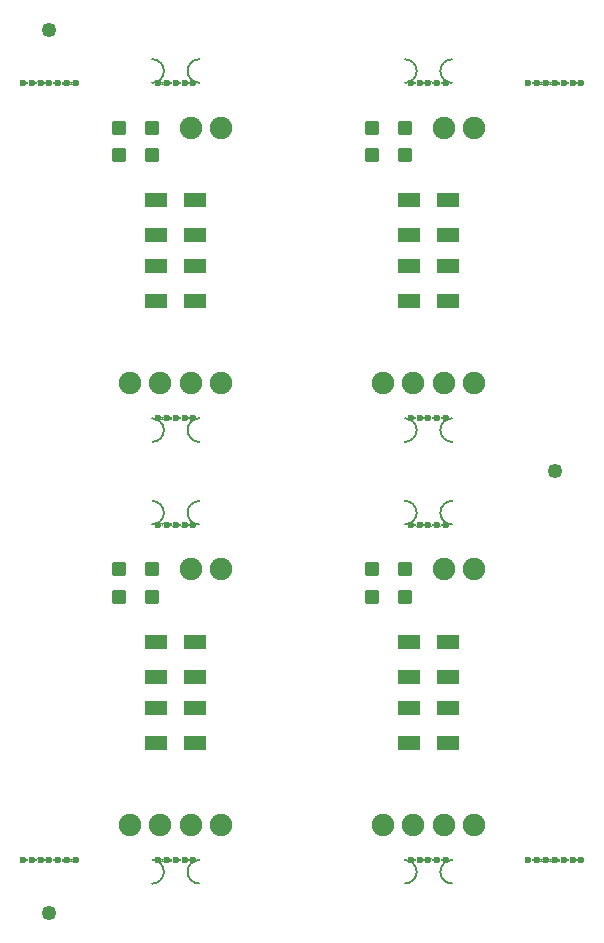
<source format=gts>
G04 #@! TF.GenerationSoftware,KiCad,Pcbnew,(7.0.0-0)*
G04 #@! TF.CreationDate,2025-08-17T10:04:58+12:00*
G04 #@! TF.ProjectId,signal_panelized_X4,7369676e-616c-45f7-9061-6e656c697a65,rev?*
G04 #@! TF.SameCoordinates,Original*
G04 #@! TF.FileFunction,Soldermask,Top*
G04 #@! TF.FilePolarity,Negative*
%FSLAX46Y46*%
G04 Gerber Fmt 4.6, Leading zero omitted, Abs format (unit mm)*
G04 Created by KiCad (PCBNEW (7.0.0-0)) date 2025-08-17 10:04:58*
%MOMM*%
%LPD*%
G01*
G04 APERTURE LIST*
G04 Aperture macros list*
%AMRoundRect*
0 Rectangle with rounded corners*
0 $1 Rounding radius*
0 $2 $3 $4 $5 $6 $7 $8 $9 X,Y pos of 4 corners*
0 Add a 4 corners polygon primitive as box body*
4,1,4,$2,$3,$4,$5,$6,$7,$8,$9,$2,$3,0*
0 Add four circle primitives for the rounded corners*
1,1,$1+$1,$2,$3*
1,1,$1+$1,$4,$5*
1,1,$1+$1,$6,$7*
1,1,$1+$1,$8,$9*
0 Add four rect primitives between the rounded corners*
20,1,$1+$1,$2,$3,$4,$5,0*
20,1,$1+$1,$4,$5,$6,$7,0*
20,1,$1+$1,$6,$7,$8,$9,0*
20,1,$1+$1,$8,$9,$2,$3,0*%
G04 Aperture macros list end*
G04 #@! TA.AperFunction,Profile*
%ADD10C,0.150000*%
G04 #@! TD*
%ADD11RoundRect,0.050000X0.550000X0.550000X-0.550000X0.550000X-0.550000X-0.550000X0.550000X-0.550000X0*%
%ADD12RoundRect,0.050000X0.900000X-0.575000X0.900000X0.575000X-0.900000X0.575000X-0.900000X-0.575000X0*%
%ADD13RoundRect,0.050000X-0.550000X-0.550000X0.550000X-0.550000X0.550000X0.550000X-0.550000X0.550000X0*%
%ADD14C,1.900000*%
%ADD15RoundRect,0.050000X-0.900000X0.575000X-0.900000X-0.575000X0.900000X-0.575000X0.900000X0.575000X0*%
%ADD16C,0.600000*%
%ADD17C,1.252000*%
G04 APERTURE END LIST*
D10*
X156050036Y-126850003D02*
G75*
G03*
X156050036Y-128850001I-19J-999999D01*
G01*
X152050000Y-128849998D02*
G75*
G03*
X152050000Y-126850002I20J999998D01*
G01*
X173449964Y-61049997D02*
G75*
G03*
X173449964Y-59049999I19J999999D01*
G01*
X177450000Y-59050002D02*
G75*
G03*
X177450000Y-61049998I-20J-999998D01*
G01*
X152049964Y-98449997D02*
G75*
G03*
X152049964Y-96449999I19J999999D01*
G01*
X156050000Y-96450002D02*
G75*
G03*
X156050000Y-98449998I-20J-999998D01*
G01*
X177450036Y-89450003D02*
G75*
G03*
X177450036Y-91450001I-19J-999999D01*
G01*
X173450000Y-91449998D02*
G75*
G03*
X173450000Y-89450002I20J999998D01*
G01*
X177450036Y-126850003D02*
G75*
G03*
X177450036Y-128850001I-19J-999999D01*
G01*
X173450000Y-128849998D02*
G75*
G03*
X173450000Y-126850002I20J999998D01*
G01*
X173449964Y-98449997D02*
G75*
G03*
X173449964Y-96449999I19J999999D01*
G01*
X177450000Y-96450002D02*
G75*
G03*
X177450000Y-98449998I-20J-999998D01*
G01*
X152049964Y-61049997D02*
G75*
G03*
X152049964Y-59049999I19J999999D01*
G01*
X156050000Y-59050002D02*
G75*
G03*
X156050000Y-61049998I-20J-999998D01*
G01*
X156050036Y-89450003D02*
G75*
G03*
X156050036Y-91450001I-19J-999999D01*
G01*
X152050000Y-91449998D02*
G75*
G03*
X152050000Y-89450002I20J999998D01*
G01*
D11*
X173450000Y-102250000D03*
X170650000Y-102250000D03*
D12*
X177100000Y-111325000D03*
X177100000Y-108375000D03*
D13*
X170650000Y-104550000D03*
X173450000Y-104550000D03*
D14*
X174120000Y-123850000D03*
X171580000Y-123850000D03*
X176780000Y-102250000D03*
X179320000Y-102250000D03*
D12*
X173800000Y-116925000D03*
X173800000Y-113975000D03*
D14*
X176780000Y-123850000D03*
X179320000Y-123850000D03*
D15*
X177100000Y-113975000D03*
X177100000Y-116925000D03*
X173800000Y-108375000D03*
X173800000Y-111325000D03*
D14*
X155380000Y-123850000D03*
X157920000Y-123850000D03*
D12*
X155700000Y-111325000D03*
X155700000Y-108375000D03*
D14*
X155380000Y-102250000D03*
X157920000Y-102250000D03*
D15*
X152400000Y-108375000D03*
X152400000Y-111325000D03*
D11*
X152050000Y-102250000D03*
X149250000Y-102250000D03*
D13*
X149250000Y-104550000D03*
X152050000Y-104550000D03*
D15*
X155700000Y-113975000D03*
X155700000Y-116925000D03*
D14*
X152720000Y-123850000D03*
X150180000Y-123850000D03*
D12*
X152400000Y-116925000D03*
X152400000Y-113975000D03*
D16*
X141100000Y-61050000D03*
X141850000Y-61050000D03*
X142600000Y-61050000D03*
X143350000Y-61050000D03*
X144100000Y-61050000D03*
X144850000Y-61050000D03*
X145600000Y-61050000D03*
X155550000Y-126850000D03*
X154800000Y-126850002D03*
X154050018Y-126850002D03*
X153300000Y-126850002D03*
X152550000Y-126850002D03*
D17*
X143350000Y-131350000D03*
D16*
X183900000Y-126850000D03*
X184650000Y-126850000D03*
X185400000Y-126850000D03*
X186150000Y-126850000D03*
X186900000Y-126850000D03*
X187650000Y-126850000D03*
X188400000Y-126850000D03*
D17*
X143350000Y-56550000D03*
D16*
X173950000Y-61050000D03*
X174700000Y-61049998D03*
X175449982Y-61049998D03*
X176200000Y-61049998D03*
X176950000Y-61049998D03*
X152550000Y-98450000D03*
X153300000Y-98449998D03*
X154049982Y-98449998D03*
X154800000Y-98449998D03*
X155550000Y-98449998D03*
D17*
X186150000Y-93950000D03*
D16*
X176950000Y-89450000D03*
X176200000Y-89450002D03*
X175450018Y-89450002D03*
X174700000Y-89450002D03*
X173950000Y-89450002D03*
X176950000Y-126850000D03*
X176200000Y-126850002D03*
X175450018Y-126850002D03*
X174700000Y-126850002D03*
X173950000Y-126850002D03*
X173950000Y-98450000D03*
X174700000Y-98449998D03*
X175449982Y-98449998D03*
X176200000Y-98449998D03*
X176950000Y-98449998D03*
X141100000Y-126850000D03*
X141850000Y-126850000D03*
X142600000Y-126850000D03*
X143350000Y-126850000D03*
X144100000Y-126850000D03*
X144850000Y-126850000D03*
X145600000Y-126850000D03*
X152550000Y-61050000D03*
X153300000Y-61049998D03*
X154049982Y-61049998D03*
X154800000Y-61049998D03*
X155550000Y-61049998D03*
X183900000Y-61050000D03*
X184650000Y-61050000D03*
X185400000Y-61050000D03*
X186150000Y-61050000D03*
X186900000Y-61050000D03*
X187650000Y-61050000D03*
X188400000Y-61050000D03*
X155550000Y-89450000D03*
X154800000Y-89450002D03*
X154050018Y-89450002D03*
X153300000Y-89450002D03*
X152550000Y-89450002D03*
D15*
X173800000Y-70975000D03*
X173800000Y-73925000D03*
D11*
X173450000Y-64850000D03*
X170650000Y-64850000D03*
D12*
X177100000Y-73925000D03*
X177100000Y-70975000D03*
D14*
X176780000Y-64850000D03*
X179320000Y-64850000D03*
X176780000Y-86450000D03*
X179320000Y-86450000D03*
D13*
X170650000Y-67150000D03*
X173450000Y-67150000D03*
D14*
X174120000Y-86450000D03*
X171580000Y-86450000D03*
D15*
X177100000Y-76575000D03*
X177100000Y-79525000D03*
D12*
X173800000Y-79525000D03*
X173800000Y-76575000D03*
X152400000Y-79525000D03*
X152400000Y-76575000D03*
D15*
X155700000Y-76575000D03*
X155700000Y-79525000D03*
X152400000Y-70975000D03*
X152400000Y-73925000D03*
D13*
X149250000Y-67150000D03*
X152050000Y-67150000D03*
D14*
X152720000Y-86450000D03*
X150180000Y-86450000D03*
D11*
X152050000Y-64850000D03*
X149250000Y-64850000D03*
D12*
X155700000Y-73925000D03*
X155700000Y-70975000D03*
D14*
X155380000Y-64850000D03*
X157920000Y-64850000D03*
X155380000Y-86450000D03*
X157920000Y-86450000D03*
G36*
X175210615Y-126675990D02*
G01*
X175210555Y-126677878D01*
X175170018Y-126748089D01*
X175152049Y-126850002D01*
X175170018Y-126951914D01*
X175210555Y-127022124D01*
X175210615Y-127024012D01*
X175209076Y-127025108D01*
X175207312Y-127024434D01*
X175197229Y-127012798D01*
X175196921Y-127012319D01*
X175188831Y-126994603D01*
X175142543Y-126941184D01*
X175075009Y-126921354D01*
X175007474Y-126941184D01*
X174961186Y-126994603D01*
X174953096Y-127012319D01*
X174952788Y-127012798D01*
X174942707Y-127024431D01*
X174940943Y-127025105D01*
X174939404Y-127024009D01*
X174939464Y-127022121D01*
X174979999Y-126951914D01*
X174997968Y-126850002D01*
X174979999Y-126748089D01*
X174939464Y-126677882D01*
X174939404Y-126675994D01*
X174940943Y-126674898D01*
X174942708Y-126675572D01*
X174952788Y-126687205D01*
X174953095Y-126687684D01*
X174961186Y-126705400D01*
X175007475Y-126758819D01*
X175075009Y-126778648D01*
X175142542Y-126758819D01*
X175188831Y-126705400D01*
X175196922Y-126687684D01*
X175197229Y-126687205D01*
X175207311Y-126675568D01*
X175209076Y-126674894D01*
X175210615Y-126675990D01*
G37*
G36*
X153810615Y-126675990D02*
G01*
X153810555Y-126677878D01*
X153770018Y-126748089D01*
X153752049Y-126850002D01*
X153770018Y-126951914D01*
X153810555Y-127022124D01*
X153810615Y-127024012D01*
X153809076Y-127025108D01*
X153807312Y-127024434D01*
X153797229Y-127012798D01*
X153796921Y-127012319D01*
X153788831Y-126994603D01*
X153742543Y-126941184D01*
X153675009Y-126921354D01*
X153607474Y-126941184D01*
X153561186Y-126994603D01*
X153553096Y-127012319D01*
X153552788Y-127012798D01*
X153542707Y-127024431D01*
X153540943Y-127025105D01*
X153539404Y-127024009D01*
X153539464Y-127022121D01*
X153579999Y-126951914D01*
X153597968Y-126850002D01*
X153579999Y-126748089D01*
X153539464Y-126677882D01*
X153539404Y-126675994D01*
X153540943Y-126674898D01*
X153542708Y-126675572D01*
X153552788Y-126687205D01*
X153553095Y-126687684D01*
X153561186Y-126705400D01*
X153607475Y-126758819D01*
X153675009Y-126778648D01*
X153742542Y-126758819D01*
X153788831Y-126705400D01*
X153796922Y-126687684D01*
X153797229Y-126687205D01*
X153807311Y-126675568D01*
X153809076Y-126674894D01*
X153810615Y-126675990D01*
G37*
G36*
X175960597Y-126675990D02*
G01*
X175960537Y-126677878D01*
X175920000Y-126748089D01*
X175902031Y-126850002D01*
X175920000Y-126951914D01*
X175960536Y-127022122D01*
X175960596Y-127024010D01*
X175959057Y-127025106D01*
X175957293Y-127024432D01*
X175947211Y-127012797D01*
X175946903Y-127012318D01*
X175938807Y-126994591D01*
X175904101Y-126949582D01*
X175853309Y-126924609D01*
X175796709Y-126924609D01*
X175745916Y-126949582D01*
X175711210Y-126994591D01*
X175703114Y-127012318D01*
X175702806Y-127012797D01*
X175692726Y-127024428D01*
X175690962Y-127025102D01*
X175689423Y-127024006D01*
X175689483Y-127022118D01*
X175730017Y-126951914D01*
X175747986Y-126850002D01*
X175730017Y-126748089D01*
X175689482Y-126677882D01*
X175689422Y-126675994D01*
X175690961Y-126674898D01*
X175692725Y-126675572D01*
X175702806Y-126687206D01*
X175703114Y-126687685D01*
X175711186Y-126705360D01*
X175757475Y-126758780D01*
X175825009Y-126778609D01*
X175892542Y-126758780D01*
X175938831Y-126705360D01*
X175946903Y-126687685D01*
X175947210Y-126687206D01*
X175957293Y-126675568D01*
X175959058Y-126674894D01*
X175960597Y-126675990D01*
G37*
G36*
X174460598Y-126675990D02*
G01*
X174460538Y-126677878D01*
X174420000Y-126748089D01*
X174402031Y-126850002D01*
X174420000Y-126951914D01*
X174460536Y-127022122D01*
X174460596Y-127024010D01*
X174459057Y-127025106D01*
X174457293Y-127024432D01*
X174447211Y-127012797D01*
X174446903Y-127012318D01*
X174438823Y-126994625D01*
X174392532Y-126941203D01*
X174325000Y-126921374D01*
X174257467Y-126941203D01*
X174211176Y-126994625D01*
X174203096Y-127012318D01*
X174202788Y-127012797D01*
X174192708Y-127024428D01*
X174190944Y-127025102D01*
X174189405Y-127024006D01*
X174189465Y-127022118D01*
X174229999Y-126951914D01*
X174247968Y-126850002D01*
X174229999Y-126748089D01*
X174189463Y-126677881D01*
X174189403Y-126675993D01*
X174190942Y-126674897D01*
X174192706Y-126675571D01*
X174202789Y-126687207D01*
X174203097Y-126687686D01*
X174211178Y-126705380D01*
X174257466Y-126758799D01*
X174324999Y-126778628D01*
X174392533Y-126758799D01*
X174438821Y-126705380D01*
X174446902Y-126687686D01*
X174447209Y-126687207D01*
X174457294Y-126675568D01*
X174459059Y-126674894D01*
X174460598Y-126675990D01*
G37*
G36*
X154560597Y-126675990D02*
G01*
X154560537Y-126677878D01*
X154520000Y-126748089D01*
X154502031Y-126850002D01*
X154520000Y-126951914D01*
X154560536Y-127022122D01*
X154560596Y-127024010D01*
X154559057Y-127025106D01*
X154557293Y-127024432D01*
X154547211Y-127012797D01*
X154546903Y-127012318D01*
X154538807Y-126994591D01*
X154504101Y-126949582D01*
X154453309Y-126924609D01*
X154396709Y-126924609D01*
X154345916Y-126949582D01*
X154311210Y-126994591D01*
X154303114Y-127012318D01*
X154302806Y-127012797D01*
X154292726Y-127024428D01*
X154290962Y-127025102D01*
X154289423Y-127024006D01*
X154289483Y-127022118D01*
X154330017Y-126951914D01*
X154347986Y-126850002D01*
X154330017Y-126748089D01*
X154289482Y-126677882D01*
X154289422Y-126675994D01*
X154290961Y-126674898D01*
X154292725Y-126675572D01*
X154302806Y-126687206D01*
X154303114Y-126687685D01*
X154311186Y-126705360D01*
X154357475Y-126758780D01*
X154425009Y-126778609D01*
X154492542Y-126758780D01*
X154538831Y-126705360D01*
X154546903Y-126687685D01*
X154547210Y-126687206D01*
X154557293Y-126675568D01*
X154559058Y-126674894D01*
X154560597Y-126675990D01*
G37*
G36*
X153060598Y-126675990D02*
G01*
X153060538Y-126677878D01*
X153020000Y-126748089D01*
X153002031Y-126850002D01*
X153020000Y-126951914D01*
X153060536Y-127022122D01*
X153060596Y-127024010D01*
X153059057Y-127025106D01*
X153057293Y-127024432D01*
X153047211Y-127012797D01*
X153046903Y-127012318D01*
X153038823Y-126994625D01*
X152992532Y-126941203D01*
X152925000Y-126921374D01*
X152857467Y-126941203D01*
X152811176Y-126994625D01*
X152803096Y-127012318D01*
X152802788Y-127012797D01*
X152792708Y-127024428D01*
X152790944Y-127025102D01*
X152789405Y-127024006D01*
X152789465Y-127022118D01*
X152829999Y-126951914D01*
X152847968Y-126850002D01*
X152829999Y-126748089D01*
X152789463Y-126677881D01*
X152789403Y-126675993D01*
X152790942Y-126674897D01*
X152792706Y-126675571D01*
X152802789Y-126687207D01*
X152803097Y-126687686D01*
X152811178Y-126705380D01*
X152857466Y-126758799D01*
X152924999Y-126778628D01*
X152992533Y-126758799D01*
X153038821Y-126705380D01*
X153046902Y-126687686D01*
X153047209Y-126687207D01*
X153057294Y-126675568D01*
X153059059Y-126674894D01*
X153060598Y-126675990D01*
G37*
G36*
X188160598Y-126675988D02*
G01*
X188160538Y-126677876D01*
X188120000Y-126748087D01*
X188102031Y-126849999D01*
X188120000Y-126951912D01*
X188160536Y-127022120D01*
X188160596Y-127024008D01*
X188159057Y-127025104D01*
X188157293Y-127024430D01*
X188147211Y-127012795D01*
X188146903Y-127012316D01*
X188138823Y-126994623D01*
X188092532Y-126941201D01*
X188025000Y-126921372D01*
X187957467Y-126941201D01*
X187911176Y-126994623D01*
X187903096Y-127012316D01*
X187902788Y-127012795D01*
X187892708Y-127024426D01*
X187890944Y-127025100D01*
X187889405Y-127024004D01*
X187889465Y-127022116D01*
X187929999Y-126951912D01*
X187947968Y-126849999D01*
X187929999Y-126748087D01*
X187889463Y-126677879D01*
X187889403Y-126675991D01*
X187890942Y-126674895D01*
X187892706Y-126675569D01*
X187902789Y-126687205D01*
X187903097Y-126687684D01*
X187911178Y-126705378D01*
X187957466Y-126758797D01*
X188024999Y-126778626D01*
X188092533Y-126758797D01*
X188138821Y-126705378D01*
X188146902Y-126687684D01*
X188147209Y-126687205D01*
X188157294Y-126675566D01*
X188159059Y-126674892D01*
X188160598Y-126675988D01*
G37*
G36*
X187410598Y-126675988D02*
G01*
X187410538Y-126677876D01*
X187370000Y-126748087D01*
X187352031Y-126849999D01*
X187370000Y-126951912D01*
X187410536Y-127022120D01*
X187410596Y-127024008D01*
X187409057Y-127025104D01*
X187407293Y-127024430D01*
X187397211Y-127012795D01*
X187396903Y-127012316D01*
X187388823Y-126994623D01*
X187342532Y-126941201D01*
X187275000Y-126921372D01*
X187207467Y-126941201D01*
X187161176Y-126994623D01*
X187153096Y-127012316D01*
X187152788Y-127012795D01*
X187142708Y-127024426D01*
X187140944Y-127025100D01*
X187139405Y-127024004D01*
X187139465Y-127022116D01*
X187179999Y-126951912D01*
X187197968Y-126849999D01*
X187179999Y-126748087D01*
X187139463Y-126677879D01*
X187139403Y-126675991D01*
X187140942Y-126674895D01*
X187142706Y-126675569D01*
X187152789Y-126687205D01*
X187153097Y-126687684D01*
X187161178Y-126705378D01*
X187207466Y-126758797D01*
X187274999Y-126778626D01*
X187342533Y-126758797D01*
X187388821Y-126705378D01*
X187396902Y-126687684D01*
X187397209Y-126687205D01*
X187407294Y-126675566D01*
X187409059Y-126674892D01*
X187410598Y-126675988D01*
G37*
G36*
X186660598Y-126675988D02*
G01*
X186660538Y-126677876D01*
X186620000Y-126748087D01*
X186602031Y-126849999D01*
X186620000Y-126951912D01*
X186660536Y-127022120D01*
X186660596Y-127024008D01*
X186659057Y-127025104D01*
X186657293Y-127024430D01*
X186647211Y-127012795D01*
X186646903Y-127012316D01*
X186638823Y-126994623D01*
X186592532Y-126941201D01*
X186525000Y-126921372D01*
X186457467Y-126941201D01*
X186411176Y-126994623D01*
X186403096Y-127012316D01*
X186402788Y-127012795D01*
X186392708Y-127024426D01*
X186390944Y-127025100D01*
X186389405Y-127024004D01*
X186389465Y-127022116D01*
X186429999Y-126951912D01*
X186447968Y-126849999D01*
X186429999Y-126748087D01*
X186389463Y-126677879D01*
X186389403Y-126675991D01*
X186390942Y-126674895D01*
X186392706Y-126675569D01*
X186402789Y-126687205D01*
X186403097Y-126687684D01*
X186411178Y-126705378D01*
X186457466Y-126758797D01*
X186524999Y-126778626D01*
X186592533Y-126758797D01*
X186638821Y-126705378D01*
X186646902Y-126687684D01*
X186647209Y-126687205D01*
X186657294Y-126675566D01*
X186659059Y-126674892D01*
X186660598Y-126675988D01*
G37*
G36*
X185910598Y-126675988D02*
G01*
X185910538Y-126677876D01*
X185870000Y-126748087D01*
X185852031Y-126849999D01*
X185870000Y-126951912D01*
X185910536Y-127022120D01*
X185910596Y-127024008D01*
X185909057Y-127025104D01*
X185907293Y-127024430D01*
X185897211Y-127012795D01*
X185896903Y-127012316D01*
X185888823Y-126994623D01*
X185842532Y-126941201D01*
X185775000Y-126921372D01*
X185707467Y-126941201D01*
X185661176Y-126994623D01*
X185653096Y-127012316D01*
X185652788Y-127012795D01*
X185642708Y-127024426D01*
X185640944Y-127025100D01*
X185639405Y-127024004D01*
X185639465Y-127022116D01*
X185679999Y-126951912D01*
X185697968Y-126849999D01*
X185679999Y-126748087D01*
X185639463Y-126677879D01*
X185639403Y-126675991D01*
X185640942Y-126674895D01*
X185642706Y-126675569D01*
X185652789Y-126687205D01*
X185653097Y-126687684D01*
X185661178Y-126705378D01*
X185707466Y-126758797D01*
X185774999Y-126778626D01*
X185842533Y-126758797D01*
X185888821Y-126705378D01*
X185896902Y-126687684D01*
X185897209Y-126687205D01*
X185907294Y-126675566D01*
X185909059Y-126674892D01*
X185910598Y-126675988D01*
G37*
G36*
X185160598Y-126675988D02*
G01*
X185160538Y-126677876D01*
X185120000Y-126748087D01*
X185102031Y-126849999D01*
X185120000Y-126951912D01*
X185160536Y-127022120D01*
X185160596Y-127024008D01*
X185159057Y-127025104D01*
X185157293Y-127024430D01*
X185147211Y-127012795D01*
X185146903Y-127012316D01*
X185138823Y-126994623D01*
X185092532Y-126941201D01*
X185025000Y-126921372D01*
X184957467Y-126941201D01*
X184911176Y-126994623D01*
X184903096Y-127012316D01*
X184902788Y-127012795D01*
X184892708Y-127024426D01*
X184890944Y-127025100D01*
X184889405Y-127024004D01*
X184889465Y-127022116D01*
X184929999Y-126951912D01*
X184947968Y-126849999D01*
X184929999Y-126748087D01*
X184889463Y-126677879D01*
X184889403Y-126675991D01*
X184890942Y-126674895D01*
X184892706Y-126675569D01*
X184902789Y-126687205D01*
X184903097Y-126687684D01*
X184911178Y-126705378D01*
X184957466Y-126758797D01*
X185024999Y-126778626D01*
X185092533Y-126758797D01*
X185138821Y-126705378D01*
X185146902Y-126687684D01*
X185147209Y-126687205D01*
X185157294Y-126675566D01*
X185159059Y-126674892D01*
X185160598Y-126675988D01*
G37*
G36*
X184410598Y-126675988D02*
G01*
X184410538Y-126677876D01*
X184370000Y-126748087D01*
X184352031Y-126849999D01*
X184370000Y-126951912D01*
X184410536Y-127022120D01*
X184410596Y-127024008D01*
X184409057Y-127025104D01*
X184407293Y-127024430D01*
X184397211Y-127012795D01*
X184396903Y-127012316D01*
X184388823Y-126994623D01*
X184342532Y-126941201D01*
X184275000Y-126921372D01*
X184207467Y-126941201D01*
X184161176Y-126994623D01*
X184153096Y-127012316D01*
X184152788Y-127012795D01*
X184142708Y-127024426D01*
X184140944Y-127025100D01*
X184139405Y-127024004D01*
X184139465Y-127022116D01*
X184179999Y-126951912D01*
X184197968Y-126849999D01*
X184179999Y-126748087D01*
X184139463Y-126677879D01*
X184139403Y-126675991D01*
X184140942Y-126674895D01*
X184142706Y-126675569D01*
X184152789Y-126687205D01*
X184153097Y-126687684D01*
X184161178Y-126705378D01*
X184207466Y-126758797D01*
X184274999Y-126778626D01*
X184342533Y-126758797D01*
X184388821Y-126705378D01*
X184396902Y-126687684D01*
X184397209Y-126687205D01*
X184407294Y-126675566D01*
X184409059Y-126674892D01*
X184410598Y-126675988D01*
G37*
G36*
X176710597Y-126675988D02*
G01*
X176710537Y-126677876D01*
X176670000Y-126748087D01*
X176652031Y-126849999D01*
X176670000Y-126951912D01*
X176710536Y-127022120D01*
X176710596Y-127024008D01*
X176709057Y-127025104D01*
X176707293Y-127024430D01*
X176697210Y-127012794D01*
X176696902Y-127012315D01*
X176688821Y-126994621D01*
X176642532Y-126941202D01*
X176574999Y-126921373D01*
X176507466Y-126941203D01*
X176461175Y-126994625D01*
X176453094Y-127012320D01*
X176452786Y-127012799D01*
X176442709Y-127024428D01*
X176440945Y-127025102D01*
X176439406Y-127024006D01*
X176439466Y-127022118D01*
X176479999Y-126951914D01*
X176497968Y-126850002D01*
X176479999Y-126748089D01*
X176439462Y-126677879D01*
X176439402Y-126675991D01*
X176440941Y-126674895D01*
X176442705Y-126675569D01*
X176452788Y-126687205D01*
X176453096Y-126687684D01*
X176461176Y-126705378D01*
X176507464Y-126758797D01*
X176574997Y-126778627D01*
X176642531Y-126758799D01*
X176688820Y-126705381D01*
X176696903Y-126687683D01*
X176697210Y-126687204D01*
X176707293Y-126675566D01*
X176709058Y-126674892D01*
X176710597Y-126675988D01*
G37*
G36*
X155310597Y-126675988D02*
G01*
X155310537Y-126677876D01*
X155270000Y-126748087D01*
X155252031Y-126849999D01*
X155270000Y-126951912D01*
X155310536Y-127022120D01*
X155310596Y-127024008D01*
X155309057Y-127025104D01*
X155307293Y-127024430D01*
X155297210Y-127012794D01*
X155296902Y-127012315D01*
X155288821Y-126994621D01*
X155242532Y-126941202D01*
X155174999Y-126921373D01*
X155107466Y-126941203D01*
X155061175Y-126994625D01*
X155053094Y-127012320D01*
X155052786Y-127012799D01*
X155042709Y-127024428D01*
X155040945Y-127025102D01*
X155039406Y-127024006D01*
X155039466Y-127022118D01*
X155079999Y-126951914D01*
X155097968Y-126850002D01*
X155079999Y-126748089D01*
X155039462Y-126677879D01*
X155039402Y-126675991D01*
X155040941Y-126674895D01*
X155042705Y-126675569D01*
X155052788Y-126687205D01*
X155053096Y-126687684D01*
X155061176Y-126705378D01*
X155107464Y-126758797D01*
X155174997Y-126778627D01*
X155242531Y-126758799D01*
X155288820Y-126705381D01*
X155296903Y-126687683D01*
X155297210Y-126687204D01*
X155307293Y-126675566D01*
X155309058Y-126674892D01*
X155310597Y-126675988D01*
G37*
G36*
X145360598Y-126675988D02*
G01*
X145360538Y-126677876D01*
X145320000Y-126748087D01*
X145302031Y-126849999D01*
X145320000Y-126951912D01*
X145360536Y-127022120D01*
X145360596Y-127024008D01*
X145359057Y-127025104D01*
X145357293Y-127024430D01*
X145347211Y-127012795D01*
X145346903Y-127012316D01*
X145338823Y-126994623D01*
X145292532Y-126941201D01*
X145225000Y-126921372D01*
X145157467Y-126941201D01*
X145111176Y-126994623D01*
X145103096Y-127012316D01*
X145102788Y-127012795D01*
X145092708Y-127024426D01*
X145090944Y-127025100D01*
X145089405Y-127024004D01*
X145089465Y-127022116D01*
X145129999Y-126951912D01*
X145147968Y-126849999D01*
X145129999Y-126748087D01*
X145089463Y-126677879D01*
X145089403Y-126675991D01*
X145090942Y-126674895D01*
X145092706Y-126675569D01*
X145102789Y-126687205D01*
X145103097Y-126687684D01*
X145111178Y-126705378D01*
X145157466Y-126758797D01*
X145224999Y-126778626D01*
X145292533Y-126758797D01*
X145338821Y-126705378D01*
X145346902Y-126687684D01*
X145347209Y-126687205D01*
X145357294Y-126675566D01*
X145359059Y-126674892D01*
X145360598Y-126675988D01*
G37*
G36*
X144610598Y-126675988D02*
G01*
X144610538Y-126677876D01*
X144570000Y-126748087D01*
X144552031Y-126849999D01*
X144570000Y-126951912D01*
X144610536Y-127022120D01*
X144610596Y-127024008D01*
X144609057Y-127025104D01*
X144607293Y-127024430D01*
X144597211Y-127012795D01*
X144596903Y-127012316D01*
X144588823Y-126994623D01*
X144542532Y-126941201D01*
X144475000Y-126921372D01*
X144407467Y-126941201D01*
X144361176Y-126994623D01*
X144353096Y-127012316D01*
X144352788Y-127012795D01*
X144342708Y-127024426D01*
X144340944Y-127025100D01*
X144339405Y-127024004D01*
X144339465Y-127022116D01*
X144379999Y-126951912D01*
X144397968Y-126849999D01*
X144379999Y-126748087D01*
X144339463Y-126677879D01*
X144339403Y-126675991D01*
X144340942Y-126674895D01*
X144342706Y-126675569D01*
X144352789Y-126687205D01*
X144353097Y-126687684D01*
X144361178Y-126705378D01*
X144407466Y-126758797D01*
X144474999Y-126778626D01*
X144542533Y-126758797D01*
X144588821Y-126705378D01*
X144596902Y-126687684D01*
X144597209Y-126687205D01*
X144607294Y-126675566D01*
X144609059Y-126674892D01*
X144610598Y-126675988D01*
G37*
G36*
X143860598Y-126675988D02*
G01*
X143860538Y-126677876D01*
X143820000Y-126748087D01*
X143802031Y-126849999D01*
X143820000Y-126951912D01*
X143860536Y-127022120D01*
X143860596Y-127024008D01*
X143859057Y-127025104D01*
X143857293Y-127024430D01*
X143847211Y-127012795D01*
X143846903Y-127012316D01*
X143838823Y-126994623D01*
X143792532Y-126941201D01*
X143725000Y-126921372D01*
X143657467Y-126941201D01*
X143611176Y-126994623D01*
X143603096Y-127012316D01*
X143602788Y-127012795D01*
X143592708Y-127024426D01*
X143590944Y-127025100D01*
X143589405Y-127024004D01*
X143589465Y-127022116D01*
X143629999Y-126951912D01*
X143647968Y-126849999D01*
X143629999Y-126748087D01*
X143589463Y-126677879D01*
X143589403Y-126675991D01*
X143590942Y-126674895D01*
X143592706Y-126675569D01*
X143602789Y-126687205D01*
X143603097Y-126687684D01*
X143611178Y-126705378D01*
X143657466Y-126758797D01*
X143724999Y-126778626D01*
X143792533Y-126758797D01*
X143838821Y-126705378D01*
X143846902Y-126687684D01*
X143847209Y-126687205D01*
X143857294Y-126675566D01*
X143859059Y-126674892D01*
X143860598Y-126675988D01*
G37*
G36*
X143110598Y-126675988D02*
G01*
X143110538Y-126677876D01*
X143070000Y-126748087D01*
X143052031Y-126849999D01*
X143070000Y-126951912D01*
X143110536Y-127022120D01*
X143110596Y-127024008D01*
X143109057Y-127025104D01*
X143107293Y-127024430D01*
X143097211Y-127012795D01*
X143096903Y-127012316D01*
X143088823Y-126994623D01*
X143042532Y-126941201D01*
X142975000Y-126921372D01*
X142907467Y-126941201D01*
X142861176Y-126994623D01*
X142853096Y-127012316D01*
X142852788Y-127012795D01*
X142842708Y-127024426D01*
X142840944Y-127025100D01*
X142839405Y-127024004D01*
X142839465Y-127022116D01*
X142879999Y-126951912D01*
X142897968Y-126849999D01*
X142879999Y-126748087D01*
X142839463Y-126677879D01*
X142839403Y-126675991D01*
X142840942Y-126674895D01*
X142842706Y-126675569D01*
X142852789Y-126687205D01*
X142853097Y-126687684D01*
X142861178Y-126705378D01*
X142907466Y-126758797D01*
X142974999Y-126778626D01*
X143042533Y-126758797D01*
X143088821Y-126705378D01*
X143096902Y-126687684D01*
X143097209Y-126687205D01*
X143107294Y-126675566D01*
X143109059Y-126674892D01*
X143110598Y-126675988D01*
G37*
G36*
X142360598Y-126675988D02*
G01*
X142360538Y-126677876D01*
X142320000Y-126748087D01*
X142302031Y-126849999D01*
X142320000Y-126951912D01*
X142360536Y-127022120D01*
X142360596Y-127024008D01*
X142359057Y-127025104D01*
X142357293Y-127024430D01*
X142347211Y-127012795D01*
X142346903Y-127012316D01*
X142338823Y-126994623D01*
X142292532Y-126941201D01*
X142225000Y-126921372D01*
X142157467Y-126941201D01*
X142111176Y-126994623D01*
X142103096Y-127012316D01*
X142102788Y-127012795D01*
X142092708Y-127024426D01*
X142090944Y-127025100D01*
X142089405Y-127024004D01*
X142089465Y-127022116D01*
X142129999Y-126951912D01*
X142147968Y-126849999D01*
X142129999Y-126748087D01*
X142089463Y-126677879D01*
X142089403Y-126675991D01*
X142090942Y-126674895D01*
X142092706Y-126675569D01*
X142102789Y-126687205D01*
X142103097Y-126687684D01*
X142111178Y-126705378D01*
X142157466Y-126758797D01*
X142224999Y-126778626D01*
X142292533Y-126758797D01*
X142338821Y-126705378D01*
X142346902Y-126687684D01*
X142347209Y-126687205D01*
X142357294Y-126675566D01*
X142359059Y-126674892D01*
X142360598Y-126675988D01*
G37*
G36*
X141610598Y-126675988D02*
G01*
X141610538Y-126677876D01*
X141570000Y-126748087D01*
X141552031Y-126849999D01*
X141570000Y-126951912D01*
X141610536Y-127022120D01*
X141610596Y-127024008D01*
X141609057Y-127025104D01*
X141607293Y-127024430D01*
X141597211Y-127012795D01*
X141596903Y-127012316D01*
X141588823Y-126994623D01*
X141542532Y-126941201D01*
X141475000Y-126921372D01*
X141407467Y-126941201D01*
X141361176Y-126994623D01*
X141353096Y-127012316D01*
X141352788Y-127012795D01*
X141342708Y-127024426D01*
X141340944Y-127025100D01*
X141339405Y-127024004D01*
X141339465Y-127022116D01*
X141379999Y-126951912D01*
X141397968Y-126849999D01*
X141379999Y-126748087D01*
X141339463Y-126677879D01*
X141339403Y-126675991D01*
X141340942Y-126674895D01*
X141342706Y-126675569D01*
X141352789Y-126687205D01*
X141353097Y-126687684D01*
X141361178Y-126705378D01*
X141407466Y-126758797D01*
X141474999Y-126778626D01*
X141542533Y-126758797D01*
X141588821Y-126705378D01*
X141596902Y-126687684D01*
X141597209Y-126687205D01*
X141607294Y-126675566D01*
X141609059Y-126674892D01*
X141610598Y-126675988D01*
G37*
G36*
X175960597Y-98275986D02*
G01*
X175960537Y-98277874D01*
X175920000Y-98348085D01*
X175902031Y-98449997D01*
X175920000Y-98551910D01*
X175960537Y-98622120D01*
X175960597Y-98624008D01*
X175959058Y-98625104D01*
X175957294Y-98624430D01*
X175947211Y-98612794D01*
X175946903Y-98612315D01*
X175938813Y-98594599D01*
X175892525Y-98541180D01*
X175824991Y-98521350D01*
X175757456Y-98541180D01*
X175711168Y-98594599D01*
X175703078Y-98612315D01*
X175702770Y-98612794D01*
X175692689Y-98624427D01*
X175690925Y-98625101D01*
X175689386Y-98624005D01*
X175689446Y-98622117D01*
X175729981Y-98551910D01*
X175747950Y-98449997D01*
X175729981Y-98348085D01*
X175689446Y-98277878D01*
X175689386Y-98275990D01*
X175690925Y-98274894D01*
X175692690Y-98275568D01*
X175702770Y-98287201D01*
X175703077Y-98287680D01*
X175711168Y-98305396D01*
X175757457Y-98358815D01*
X175824991Y-98378644D01*
X175892524Y-98358815D01*
X175938813Y-98305396D01*
X175946904Y-98287680D01*
X175947211Y-98287201D01*
X175957293Y-98275564D01*
X175959058Y-98274890D01*
X175960597Y-98275986D01*
G37*
G36*
X154560597Y-98275986D02*
G01*
X154560537Y-98277874D01*
X154520000Y-98348085D01*
X154502031Y-98449997D01*
X154520000Y-98551910D01*
X154560537Y-98622120D01*
X154560597Y-98624008D01*
X154559058Y-98625104D01*
X154557294Y-98624430D01*
X154547211Y-98612794D01*
X154546903Y-98612315D01*
X154538813Y-98594599D01*
X154492525Y-98541180D01*
X154424991Y-98521350D01*
X154357456Y-98541180D01*
X154311168Y-98594599D01*
X154303078Y-98612315D01*
X154302770Y-98612794D01*
X154292689Y-98624427D01*
X154290925Y-98625101D01*
X154289386Y-98624005D01*
X154289446Y-98622117D01*
X154329981Y-98551910D01*
X154347950Y-98449997D01*
X154329981Y-98348085D01*
X154289446Y-98277878D01*
X154289386Y-98275990D01*
X154290925Y-98274894D01*
X154292690Y-98275568D01*
X154302770Y-98287201D01*
X154303077Y-98287680D01*
X154311168Y-98305396D01*
X154357457Y-98358815D01*
X154424991Y-98378644D01*
X154492524Y-98358815D01*
X154538813Y-98305396D01*
X154546904Y-98287680D01*
X154547211Y-98287201D01*
X154557293Y-98275564D01*
X154559058Y-98274890D01*
X154560597Y-98275986D01*
G37*
G36*
X176710598Y-98275986D02*
G01*
X176710538Y-98277874D01*
X176670000Y-98348085D01*
X176652031Y-98449997D01*
X176670000Y-98551910D01*
X176710536Y-98622118D01*
X176710596Y-98624006D01*
X176709057Y-98625102D01*
X176707293Y-98624428D01*
X176697211Y-98612793D01*
X176696903Y-98612314D01*
X176688823Y-98594621D01*
X176642532Y-98541199D01*
X176575000Y-98521370D01*
X176507467Y-98541199D01*
X176461176Y-98594621D01*
X176453096Y-98612314D01*
X176452788Y-98612793D01*
X176442708Y-98624424D01*
X176440944Y-98625098D01*
X176439405Y-98624002D01*
X176439465Y-98622114D01*
X176479999Y-98551910D01*
X176497968Y-98449997D01*
X176479999Y-98348085D01*
X176439463Y-98277877D01*
X176439403Y-98275989D01*
X176440942Y-98274893D01*
X176442706Y-98275567D01*
X176452789Y-98287203D01*
X176453097Y-98287682D01*
X176461178Y-98305376D01*
X176507466Y-98358795D01*
X176575000Y-98378624D01*
X176642533Y-98358795D01*
X176688821Y-98305376D01*
X176696902Y-98287682D01*
X176697209Y-98287203D01*
X176707294Y-98275564D01*
X176709059Y-98274890D01*
X176710598Y-98275986D01*
G37*
G36*
X175210579Y-98275986D02*
G01*
X175210519Y-98277874D01*
X175169982Y-98348085D01*
X175152013Y-98449997D01*
X175169982Y-98551910D01*
X175210518Y-98622118D01*
X175210578Y-98624006D01*
X175209039Y-98625102D01*
X175207275Y-98624428D01*
X175197193Y-98612793D01*
X175196885Y-98612314D01*
X175188789Y-98594587D01*
X175154083Y-98549578D01*
X175103291Y-98524605D01*
X175046691Y-98524605D01*
X174995898Y-98549578D01*
X174961192Y-98594587D01*
X174953096Y-98612314D01*
X174952788Y-98612793D01*
X174942708Y-98624424D01*
X174940944Y-98625098D01*
X174939405Y-98624002D01*
X174939465Y-98622114D01*
X174979999Y-98551910D01*
X174997968Y-98449997D01*
X174979999Y-98348085D01*
X174939464Y-98277878D01*
X174939404Y-98275990D01*
X174940943Y-98274894D01*
X174942707Y-98275568D01*
X174952788Y-98287202D01*
X174953096Y-98287681D01*
X174961168Y-98305356D01*
X175007457Y-98358776D01*
X175074991Y-98378605D01*
X175142524Y-98358776D01*
X175188813Y-98305356D01*
X175196885Y-98287681D01*
X175197192Y-98287202D01*
X175207275Y-98275564D01*
X175209040Y-98274890D01*
X175210579Y-98275986D01*
G37*
G36*
X174460597Y-98275986D02*
G01*
X174460537Y-98277874D01*
X174420000Y-98348085D01*
X174402031Y-98449997D01*
X174420000Y-98551910D01*
X174460536Y-98622118D01*
X174460596Y-98624006D01*
X174459057Y-98625102D01*
X174457293Y-98624428D01*
X174447210Y-98612792D01*
X174446902Y-98612313D01*
X174438821Y-98594619D01*
X174392532Y-98541200D01*
X174324999Y-98521371D01*
X174257466Y-98541201D01*
X174211175Y-98594623D01*
X174203094Y-98612318D01*
X174202786Y-98612797D01*
X174192709Y-98624426D01*
X174190945Y-98625100D01*
X174189406Y-98624004D01*
X174189466Y-98622116D01*
X174229999Y-98551912D01*
X174247968Y-98450000D01*
X174229999Y-98348087D01*
X174189462Y-98277877D01*
X174189402Y-98275989D01*
X174190941Y-98274893D01*
X174192705Y-98275567D01*
X174202788Y-98287203D01*
X174203096Y-98287682D01*
X174211176Y-98305376D01*
X174257464Y-98358795D01*
X174324997Y-98378625D01*
X174392531Y-98358797D01*
X174438820Y-98305379D01*
X174446903Y-98287681D01*
X174447210Y-98287202D01*
X174457293Y-98275564D01*
X174459058Y-98274890D01*
X174460597Y-98275986D01*
G37*
G36*
X155310598Y-98275986D02*
G01*
X155310538Y-98277874D01*
X155270000Y-98348085D01*
X155252031Y-98449997D01*
X155270000Y-98551910D01*
X155310536Y-98622118D01*
X155310596Y-98624006D01*
X155309057Y-98625102D01*
X155307293Y-98624428D01*
X155297211Y-98612793D01*
X155296903Y-98612314D01*
X155288823Y-98594621D01*
X155242532Y-98541199D01*
X155175000Y-98521370D01*
X155107467Y-98541199D01*
X155061176Y-98594621D01*
X155053096Y-98612314D01*
X155052788Y-98612793D01*
X155042708Y-98624424D01*
X155040944Y-98625098D01*
X155039405Y-98624002D01*
X155039465Y-98622114D01*
X155079999Y-98551910D01*
X155097968Y-98449997D01*
X155079999Y-98348085D01*
X155039463Y-98277877D01*
X155039403Y-98275989D01*
X155040942Y-98274893D01*
X155042706Y-98275567D01*
X155052789Y-98287203D01*
X155053097Y-98287682D01*
X155061178Y-98305376D01*
X155107466Y-98358795D01*
X155175000Y-98378624D01*
X155242533Y-98358795D01*
X155288821Y-98305376D01*
X155296902Y-98287682D01*
X155297209Y-98287203D01*
X155307294Y-98275564D01*
X155309059Y-98274890D01*
X155310598Y-98275986D01*
G37*
G36*
X153810579Y-98275986D02*
G01*
X153810519Y-98277874D01*
X153769982Y-98348085D01*
X153752013Y-98449997D01*
X153769982Y-98551910D01*
X153810518Y-98622118D01*
X153810578Y-98624006D01*
X153809039Y-98625102D01*
X153807275Y-98624428D01*
X153797193Y-98612793D01*
X153796885Y-98612314D01*
X153788789Y-98594587D01*
X153754083Y-98549578D01*
X153703291Y-98524605D01*
X153646691Y-98524605D01*
X153595898Y-98549578D01*
X153561192Y-98594587D01*
X153553096Y-98612314D01*
X153552788Y-98612793D01*
X153542708Y-98624424D01*
X153540944Y-98625098D01*
X153539405Y-98624002D01*
X153539465Y-98622114D01*
X153579999Y-98551910D01*
X153597968Y-98449997D01*
X153579999Y-98348085D01*
X153539464Y-98277878D01*
X153539404Y-98275990D01*
X153540943Y-98274894D01*
X153542707Y-98275568D01*
X153552788Y-98287202D01*
X153553096Y-98287681D01*
X153561168Y-98305356D01*
X153607457Y-98358776D01*
X153674991Y-98378605D01*
X153742524Y-98358776D01*
X153788813Y-98305356D01*
X153796885Y-98287681D01*
X153797192Y-98287202D01*
X153807275Y-98275564D01*
X153809040Y-98274890D01*
X153810579Y-98275986D01*
G37*
G36*
X153060597Y-98275986D02*
G01*
X153060537Y-98277874D01*
X153020000Y-98348085D01*
X153002031Y-98449997D01*
X153020000Y-98551910D01*
X153060536Y-98622118D01*
X153060596Y-98624006D01*
X153059057Y-98625102D01*
X153057293Y-98624428D01*
X153047210Y-98612792D01*
X153046902Y-98612313D01*
X153038821Y-98594619D01*
X152992532Y-98541200D01*
X152924999Y-98521371D01*
X152857466Y-98541201D01*
X152811175Y-98594623D01*
X152803094Y-98612318D01*
X152802786Y-98612797D01*
X152792709Y-98624426D01*
X152790945Y-98625100D01*
X152789406Y-98624004D01*
X152789466Y-98622116D01*
X152829999Y-98551912D01*
X152847968Y-98450000D01*
X152829999Y-98348087D01*
X152789462Y-98277877D01*
X152789402Y-98275989D01*
X152790941Y-98274893D01*
X152792705Y-98275567D01*
X152802788Y-98287203D01*
X152803096Y-98287682D01*
X152811176Y-98305376D01*
X152857464Y-98358795D01*
X152924997Y-98378625D01*
X152992531Y-98358797D01*
X153038820Y-98305379D01*
X153046903Y-98287681D01*
X153047210Y-98287202D01*
X153057293Y-98275564D01*
X153059058Y-98274890D01*
X153060597Y-98275986D01*
G37*
G36*
X175210615Y-89275990D02*
G01*
X175210555Y-89277878D01*
X175170018Y-89348089D01*
X175152049Y-89450002D01*
X175170018Y-89551914D01*
X175210555Y-89622124D01*
X175210615Y-89624012D01*
X175209076Y-89625108D01*
X175207312Y-89624434D01*
X175197229Y-89612798D01*
X175196921Y-89612319D01*
X175188831Y-89594603D01*
X175142543Y-89541184D01*
X175075009Y-89521354D01*
X175007474Y-89541184D01*
X174961186Y-89594603D01*
X174953096Y-89612319D01*
X174952788Y-89612798D01*
X174942707Y-89624431D01*
X174940943Y-89625105D01*
X174939404Y-89624009D01*
X174939464Y-89622121D01*
X174979999Y-89551914D01*
X174997968Y-89450002D01*
X174979999Y-89348089D01*
X174939464Y-89277882D01*
X174939404Y-89275994D01*
X174940943Y-89274898D01*
X174942708Y-89275572D01*
X174952788Y-89287205D01*
X174953095Y-89287684D01*
X174961186Y-89305400D01*
X175007475Y-89358819D01*
X175075009Y-89378648D01*
X175142542Y-89358819D01*
X175188831Y-89305400D01*
X175196922Y-89287684D01*
X175197229Y-89287205D01*
X175207311Y-89275568D01*
X175209076Y-89274894D01*
X175210615Y-89275990D01*
G37*
G36*
X153810615Y-89275990D02*
G01*
X153810555Y-89277878D01*
X153770018Y-89348089D01*
X153752049Y-89450002D01*
X153770018Y-89551914D01*
X153810555Y-89622124D01*
X153810615Y-89624012D01*
X153809076Y-89625108D01*
X153807312Y-89624434D01*
X153797229Y-89612798D01*
X153796921Y-89612319D01*
X153788831Y-89594603D01*
X153742543Y-89541184D01*
X153675009Y-89521354D01*
X153607474Y-89541184D01*
X153561186Y-89594603D01*
X153553096Y-89612319D01*
X153552788Y-89612798D01*
X153542707Y-89624431D01*
X153540943Y-89625105D01*
X153539404Y-89624009D01*
X153539464Y-89622121D01*
X153579999Y-89551914D01*
X153597968Y-89450002D01*
X153579999Y-89348089D01*
X153539464Y-89277882D01*
X153539404Y-89275994D01*
X153540943Y-89274898D01*
X153542708Y-89275572D01*
X153552788Y-89287205D01*
X153553095Y-89287684D01*
X153561186Y-89305400D01*
X153607475Y-89358819D01*
X153675009Y-89378648D01*
X153742542Y-89358819D01*
X153788831Y-89305400D01*
X153796922Y-89287684D01*
X153797229Y-89287205D01*
X153807311Y-89275568D01*
X153809076Y-89274894D01*
X153810615Y-89275990D01*
G37*
G36*
X175960597Y-89275990D02*
G01*
X175960537Y-89277878D01*
X175920000Y-89348089D01*
X175902031Y-89450002D01*
X175920000Y-89551914D01*
X175960536Y-89622122D01*
X175960596Y-89624010D01*
X175959057Y-89625106D01*
X175957293Y-89624432D01*
X175947211Y-89612797D01*
X175946903Y-89612318D01*
X175938807Y-89594591D01*
X175904101Y-89549582D01*
X175853309Y-89524609D01*
X175796709Y-89524609D01*
X175745916Y-89549582D01*
X175711210Y-89594591D01*
X175703114Y-89612318D01*
X175702806Y-89612797D01*
X175692726Y-89624428D01*
X175690962Y-89625102D01*
X175689423Y-89624006D01*
X175689483Y-89622118D01*
X175730017Y-89551914D01*
X175747986Y-89450002D01*
X175730017Y-89348089D01*
X175689482Y-89277882D01*
X175689422Y-89275994D01*
X175690961Y-89274898D01*
X175692725Y-89275572D01*
X175702806Y-89287206D01*
X175703114Y-89287685D01*
X175711186Y-89305360D01*
X175757475Y-89358780D01*
X175825009Y-89378609D01*
X175892542Y-89358780D01*
X175938831Y-89305360D01*
X175946903Y-89287685D01*
X175947210Y-89287206D01*
X175957293Y-89275568D01*
X175959058Y-89274894D01*
X175960597Y-89275990D01*
G37*
G36*
X174460598Y-89275990D02*
G01*
X174460538Y-89277878D01*
X174420000Y-89348089D01*
X174402031Y-89450002D01*
X174420000Y-89551914D01*
X174460536Y-89622122D01*
X174460596Y-89624010D01*
X174459057Y-89625106D01*
X174457293Y-89624432D01*
X174447211Y-89612797D01*
X174446903Y-89612318D01*
X174438823Y-89594625D01*
X174392532Y-89541203D01*
X174325000Y-89521374D01*
X174257467Y-89541203D01*
X174211176Y-89594625D01*
X174203096Y-89612318D01*
X174202788Y-89612797D01*
X174192708Y-89624428D01*
X174190944Y-89625102D01*
X174189405Y-89624006D01*
X174189465Y-89622118D01*
X174229999Y-89551914D01*
X174247968Y-89450002D01*
X174229999Y-89348089D01*
X174189463Y-89277881D01*
X174189403Y-89275993D01*
X174190942Y-89274897D01*
X174192706Y-89275571D01*
X174202789Y-89287207D01*
X174203097Y-89287686D01*
X174211178Y-89305380D01*
X174257466Y-89358799D01*
X174325000Y-89378628D01*
X174392533Y-89358799D01*
X174438821Y-89305380D01*
X174446902Y-89287686D01*
X174447209Y-89287207D01*
X174457294Y-89275568D01*
X174459059Y-89274894D01*
X174460598Y-89275990D01*
G37*
G36*
X154560597Y-89275990D02*
G01*
X154560537Y-89277878D01*
X154520000Y-89348089D01*
X154502031Y-89450002D01*
X154520000Y-89551914D01*
X154560536Y-89622122D01*
X154560596Y-89624010D01*
X154559057Y-89625106D01*
X154557293Y-89624432D01*
X154547211Y-89612797D01*
X154546903Y-89612318D01*
X154538807Y-89594591D01*
X154504101Y-89549582D01*
X154453309Y-89524609D01*
X154396709Y-89524609D01*
X154345916Y-89549582D01*
X154311210Y-89594591D01*
X154303114Y-89612318D01*
X154302806Y-89612797D01*
X154292726Y-89624428D01*
X154290962Y-89625102D01*
X154289423Y-89624006D01*
X154289483Y-89622118D01*
X154330017Y-89551914D01*
X154347986Y-89450002D01*
X154330017Y-89348089D01*
X154289482Y-89277882D01*
X154289422Y-89275994D01*
X154290961Y-89274898D01*
X154292725Y-89275572D01*
X154302806Y-89287206D01*
X154303114Y-89287685D01*
X154311186Y-89305360D01*
X154357475Y-89358780D01*
X154425009Y-89378609D01*
X154492542Y-89358780D01*
X154538831Y-89305360D01*
X154546903Y-89287685D01*
X154547210Y-89287206D01*
X154557293Y-89275568D01*
X154559058Y-89274894D01*
X154560597Y-89275990D01*
G37*
G36*
X153060598Y-89275990D02*
G01*
X153060538Y-89277878D01*
X153020000Y-89348089D01*
X153002031Y-89450002D01*
X153020000Y-89551914D01*
X153060536Y-89622122D01*
X153060596Y-89624010D01*
X153059057Y-89625106D01*
X153057293Y-89624432D01*
X153047211Y-89612797D01*
X153046903Y-89612318D01*
X153038823Y-89594625D01*
X152992532Y-89541203D01*
X152925000Y-89521374D01*
X152857467Y-89541203D01*
X152811176Y-89594625D01*
X152803096Y-89612318D01*
X152802788Y-89612797D01*
X152792708Y-89624428D01*
X152790944Y-89625102D01*
X152789405Y-89624006D01*
X152789465Y-89622118D01*
X152829999Y-89551914D01*
X152847968Y-89450002D01*
X152829999Y-89348089D01*
X152789463Y-89277881D01*
X152789403Y-89275993D01*
X152790942Y-89274897D01*
X152792706Y-89275571D01*
X152802789Y-89287207D01*
X152803097Y-89287686D01*
X152811178Y-89305380D01*
X152857466Y-89358799D01*
X152925000Y-89378628D01*
X152992533Y-89358799D01*
X153038821Y-89305380D01*
X153046902Y-89287686D01*
X153047209Y-89287207D01*
X153057294Y-89275568D01*
X153059059Y-89274894D01*
X153060598Y-89275990D01*
G37*
G36*
X176710597Y-89275988D02*
G01*
X176710537Y-89277876D01*
X176670000Y-89348087D01*
X176652031Y-89449999D01*
X176670000Y-89551912D01*
X176710536Y-89622120D01*
X176710596Y-89624008D01*
X176709057Y-89625104D01*
X176707293Y-89624430D01*
X176697210Y-89612794D01*
X176696902Y-89612315D01*
X176688821Y-89594621D01*
X176642532Y-89541202D01*
X176574999Y-89521373D01*
X176507466Y-89541203D01*
X176461175Y-89594625D01*
X176453094Y-89612320D01*
X176452786Y-89612799D01*
X176442709Y-89624428D01*
X176440945Y-89625102D01*
X176439406Y-89624006D01*
X176439466Y-89622118D01*
X176479999Y-89551914D01*
X176497968Y-89450002D01*
X176479999Y-89348089D01*
X176439462Y-89277879D01*
X176439402Y-89275991D01*
X176440941Y-89274895D01*
X176442705Y-89275569D01*
X176452788Y-89287205D01*
X176453096Y-89287684D01*
X176461176Y-89305378D01*
X176507464Y-89358797D01*
X176574997Y-89378627D01*
X176642531Y-89358799D01*
X176688820Y-89305381D01*
X176696903Y-89287683D01*
X176697210Y-89287204D01*
X176707293Y-89275566D01*
X176709058Y-89274892D01*
X176710597Y-89275988D01*
G37*
G36*
X155310597Y-89275988D02*
G01*
X155310537Y-89277876D01*
X155270000Y-89348087D01*
X155252031Y-89449999D01*
X155270000Y-89551912D01*
X155310536Y-89622120D01*
X155310596Y-89624008D01*
X155309057Y-89625104D01*
X155307293Y-89624430D01*
X155297210Y-89612794D01*
X155296902Y-89612315D01*
X155288821Y-89594621D01*
X155242532Y-89541202D01*
X155174999Y-89521373D01*
X155107466Y-89541203D01*
X155061175Y-89594625D01*
X155053094Y-89612320D01*
X155052786Y-89612799D01*
X155042709Y-89624428D01*
X155040945Y-89625102D01*
X155039406Y-89624006D01*
X155039466Y-89622118D01*
X155079999Y-89551914D01*
X155097968Y-89450002D01*
X155079999Y-89348089D01*
X155039462Y-89277879D01*
X155039402Y-89275991D01*
X155040941Y-89274895D01*
X155042705Y-89275569D01*
X155052788Y-89287205D01*
X155053096Y-89287684D01*
X155061176Y-89305378D01*
X155107464Y-89358797D01*
X155174997Y-89378627D01*
X155242531Y-89358799D01*
X155288820Y-89305381D01*
X155296903Y-89287683D01*
X155297210Y-89287204D01*
X155307293Y-89275566D01*
X155309058Y-89274892D01*
X155310597Y-89275988D01*
G37*
G36*
X188160598Y-60875988D02*
G01*
X188160538Y-60877876D01*
X188120000Y-60948087D01*
X188102031Y-61049999D01*
X188120000Y-61151912D01*
X188160536Y-61222120D01*
X188160596Y-61224008D01*
X188159057Y-61225104D01*
X188157293Y-61224430D01*
X188147211Y-61212795D01*
X188146903Y-61212316D01*
X188138823Y-61194623D01*
X188092532Y-61141201D01*
X188025000Y-61121372D01*
X187957467Y-61141201D01*
X187911176Y-61194623D01*
X187903096Y-61212316D01*
X187902788Y-61212795D01*
X187892708Y-61224426D01*
X187890944Y-61225100D01*
X187889405Y-61224004D01*
X187889465Y-61222116D01*
X187929999Y-61151912D01*
X187947968Y-61049999D01*
X187929999Y-60948087D01*
X187889463Y-60877879D01*
X187889403Y-60875991D01*
X187890942Y-60874895D01*
X187892706Y-60875569D01*
X187902789Y-60887205D01*
X187903097Y-60887684D01*
X187911178Y-60905378D01*
X187957466Y-60958797D01*
X188025000Y-60978626D01*
X188092533Y-60958797D01*
X188138821Y-60905378D01*
X188146902Y-60887684D01*
X188147209Y-60887205D01*
X188157294Y-60875566D01*
X188159059Y-60874892D01*
X188160598Y-60875988D01*
G37*
G36*
X187410598Y-60875988D02*
G01*
X187410538Y-60877876D01*
X187370000Y-60948087D01*
X187352031Y-61049999D01*
X187370000Y-61151912D01*
X187410536Y-61222120D01*
X187410596Y-61224008D01*
X187409057Y-61225104D01*
X187407293Y-61224430D01*
X187397211Y-61212795D01*
X187396903Y-61212316D01*
X187388823Y-61194623D01*
X187342532Y-61141201D01*
X187275000Y-61121372D01*
X187207467Y-61141201D01*
X187161176Y-61194623D01*
X187153096Y-61212316D01*
X187152788Y-61212795D01*
X187142708Y-61224426D01*
X187140944Y-61225100D01*
X187139405Y-61224004D01*
X187139465Y-61222116D01*
X187179999Y-61151912D01*
X187197968Y-61049999D01*
X187179999Y-60948087D01*
X187139463Y-60877879D01*
X187139403Y-60875991D01*
X187140942Y-60874895D01*
X187142706Y-60875569D01*
X187152789Y-60887205D01*
X187153097Y-60887684D01*
X187161178Y-60905378D01*
X187207466Y-60958797D01*
X187275000Y-60978626D01*
X187342533Y-60958797D01*
X187388821Y-60905378D01*
X187396902Y-60887684D01*
X187397209Y-60887205D01*
X187407294Y-60875566D01*
X187409059Y-60874892D01*
X187410598Y-60875988D01*
G37*
G36*
X186660598Y-60875988D02*
G01*
X186660538Y-60877876D01*
X186620000Y-60948087D01*
X186602031Y-61049999D01*
X186620000Y-61151912D01*
X186660536Y-61222120D01*
X186660596Y-61224008D01*
X186659057Y-61225104D01*
X186657293Y-61224430D01*
X186647211Y-61212795D01*
X186646903Y-61212316D01*
X186638823Y-61194623D01*
X186592532Y-61141201D01*
X186525000Y-61121372D01*
X186457467Y-61141201D01*
X186411176Y-61194623D01*
X186403096Y-61212316D01*
X186402788Y-61212795D01*
X186392708Y-61224426D01*
X186390944Y-61225100D01*
X186389405Y-61224004D01*
X186389465Y-61222116D01*
X186429999Y-61151912D01*
X186447968Y-61049999D01*
X186429999Y-60948087D01*
X186389463Y-60877879D01*
X186389403Y-60875991D01*
X186390942Y-60874895D01*
X186392706Y-60875569D01*
X186402789Y-60887205D01*
X186403097Y-60887684D01*
X186411178Y-60905378D01*
X186457466Y-60958797D01*
X186525000Y-60978626D01*
X186592533Y-60958797D01*
X186638821Y-60905378D01*
X186646902Y-60887684D01*
X186647209Y-60887205D01*
X186657294Y-60875566D01*
X186659059Y-60874892D01*
X186660598Y-60875988D01*
G37*
G36*
X185910598Y-60875988D02*
G01*
X185910538Y-60877876D01*
X185870000Y-60948087D01*
X185852031Y-61049999D01*
X185870000Y-61151912D01*
X185910536Y-61222120D01*
X185910596Y-61224008D01*
X185909057Y-61225104D01*
X185907293Y-61224430D01*
X185897211Y-61212795D01*
X185896903Y-61212316D01*
X185888823Y-61194623D01*
X185842532Y-61141201D01*
X185775000Y-61121372D01*
X185707467Y-61141201D01*
X185661176Y-61194623D01*
X185653096Y-61212316D01*
X185652788Y-61212795D01*
X185642708Y-61224426D01*
X185640944Y-61225100D01*
X185639405Y-61224004D01*
X185639465Y-61222116D01*
X185679999Y-61151912D01*
X185697968Y-61049999D01*
X185679999Y-60948087D01*
X185639463Y-60877879D01*
X185639403Y-60875991D01*
X185640942Y-60874895D01*
X185642706Y-60875569D01*
X185652789Y-60887205D01*
X185653097Y-60887684D01*
X185661178Y-60905378D01*
X185707466Y-60958797D01*
X185775000Y-60978626D01*
X185842533Y-60958797D01*
X185888821Y-60905378D01*
X185896902Y-60887684D01*
X185897209Y-60887205D01*
X185907294Y-60875566D01*
X185909059Y-60874892D01*
X185910598Y-60875988D01*
G37*
G36*
X185160598Y-60875988D02*
G01*
X185160538Y-60877876D01*
X185120000Y-60948087D01*
X185102031Y-61049999D01*
X185120000Y-61151912D01*
X185160536Y-61222120D01*
X185160596Y-61224008D01*
X185159057Y-61225104D01*
X185157293Y-61224430D01*
X185147211Y-61212795D01*
X185146903Y-61212316D01*
X185138823Y-61194623D01*
X185092532Y-61141201D01*
X185025000Y-61121372D01*
X184957467Y-61141201D01*
X184911176Y-61194623D01*
X184903096Y-61212316D01*
X184902788Y-61212795D01*
X184892708Y-61224426D01*
X184890944Y-61225100D01*
X184889405Y-61224004D01*
X184889465Y-61222116D01*
X184929999Y-61151912D01*
X184947968Y-61049999D01*
X184929999Y-60948087D01*
X184889463Y-60877879D01*
X184889403Y-60875991D01*
X184890942Y-60874895D01*
X184892706Y-60875569D01*
X184902789Y-60887205D01*
X184903097Y-60887684D01*
X184911178Y-60905378D01*
X184957466Y-60958797D01*
X185025000Y-60978626D01*
X185092533Y-60958797D01*
X185138821Y-60905378D01*
X185146902Y-60887684D01*
X185147209Y-60887205D01*
X185157294Y-60875566D01*
X185159059Y-60874892D01*
X185160598Y-60875988D01*
G37*
G36*
X184410598Y-60875988D02*
G01*
X184410538Y-60877876D01*
X184370000Y-60948087D01*
X184352031Y-61049999D01*
X184370000Y-61151912D01*
X184410536Y-61222120D01*
X184410596Y-61224008D01*
X184409057Y-61225104D01*
X184407293Y-61224430D01*
X184397211Y-61212795D01*
X184396903Y-61212316D01*
X184388823Y-61194623D01*
X184342532Y-61141201D01*
X184275000Y-61121372D01*
X184207467Y-61141201D01*
X184161176Y-61194623D01*
X184153096Y-61212316D01*
X184152788Y-61212795D01*
X184142708Y-61224426D01*
X184140944Y-61225100D01*
X184139405Y-61224004D01*
X184139465Y-61222116D01*
X184179999Y-61151912D01*
X184197968Y-61049999D01*
X184179999Y-60948087D01*
X184139463Y-60877879D01*
X184139403Y-60875991D01*
X184140942Y-60874895D01*
X184142706Y-60875569D01*
X184152789Y-60887205D01*
X184153097Y-60887684D01*
X184161178Y-60905378D01*
X184207466Y-60958797D01*
X184275000Y-60978626D01*
X184342533Y-60958797D01*
X184388821Y-60905378D01*
X184396902Y-60887684D01*
X184397209Y-60887205D01*
X184407294Y-60875566D01*
X184409059Y-60874892D01*
X184410598Y-60875988D01*
G37*
G36*
X175960597Y-60875986D02*
G01*
X175960537Y-60877874D01*
X175920000Y-60948085D01*
X175902031Y-61049997D01*
X175920000Y-61151910D01*
X175960537Y-61222120D01*
X175960597Y-61224008D01*
X175959058Y-61225104D01*
X175957294Y-61224430D01*
X175947211Y-61212794D01*
X175946903Y-61212315D01*
X175938813Y-61194599D01*
X175892525Y-61141180D01*
X175824991Y-61121350D01*
X175757456Y-61141180D01*
X175711168Y-61194599D01*
X175703078Y-61212315D01*
X175702770Y-61212794D01*
X175692689Y-61224427D01*
X175690925Y-61225101D01*
X175689386Y-61224005D01*
X175689446Y-61222117D01*
X175729981Y-61151910D01*
X175747950Y-61049997D01*
X175729981Y-60948085D01*
X175689446Y-60877878D01*
X175689386Y-60875990D01*
X175690925Y-60874894D01*
X175692690Y-60875568D01*
X175702770Y-60887201D01*
X175703077Y-60887680D01*
X175711168Y-60905396D01*
X175757457Y-60958815D01*
X175824991Y-60978644D01*
X175892524Y-60958815D01*
X175938813Y-60905396D01*
X175946904Y-60887680D01*
X175947211Y-60887201D01*
X175957293Y-60875564D01*
X175959058Y-60874890D01*
X175960597Y-60875986D01*
G37*
G36*
X154560597Y-60875986D02*
G01*
X154560537Y-60877874D01*
X154520000Y-60948085D01*
X154502031Y-61049997D01*
X154520000Y-61151910D01*
X154560537Y-61222120D01*
X154560597Y-61224008D01*
X154559058Y-61225104D01*
X154557294Y-61224430D01*
X154547211Y-61212794D01*
X154546903Y-61212315D01*
X154538813Y-61194599D01*
X154492525Y-61141180D01*
X154424991Y-61121350D01*
X154357456Y-61141180D01*
X154311168Y-61194599D01*
X154303078Y-61212315D01*
X154302770Y-61212794D01*
X154292689Y-61224427D01*
X154290925Y-61225101D01*
X154289386Y-61224005D01*
X154289446Y-61222117D01*
X154329981Y-61151910D01*
X154347950Y-61049997D01*
X154329981Y-60948085D01*
X154289446Y-60877878D01*
X154289386Y-60875990D01*
X154290925Y-60874894D01*
X154292690Y-60875568D01*
X154302770Y-60887201D01*
X154303077Y-60887680D01*
X154311168Y-60905396D01*
X154357457Y-60958815D01*
X154424991Y-60978644D01*
X154492524Y-60958815D01*
X154538813Y-60905396D01*
X154546904Y-60887680D01*
X154547211Y-60887201D01*
X154557293Y-60875564D01*
X154559058Y-60874890D01*
X154560597Y-60875986D01*
G37*
G36*
X145360598Y-60875988D02*
G01*
X145360538Y-60877876D01*
X145320000Y-60948087D01*
X145302031Y-61049999D01*
X145320000Y-61151912D01*
X145360536Y-61222120D01*
X145360596Y-61224008D01*
X145359057Y-61225104D01*
X145357293Y-61224430D01*
X145347211Y-61212795D01*
X145346903Y-61212316D01*
X145338823Y-61194623D01*
X145292532Y-61141201D01*
X145225000Y-61121372D01*
X145157467Y-61141201D01*
X145111176Y-61194623D01*
X145103096Y-61212316D01*
X145102788Y-61212795D01*
X145092708Y-61224426D01*
X145090944Y-61225100D01*
X145089405Y-61224004D01*
X145089465Y-61222116D01*
X145129999Y-61151912D01*
X145147968Y-61049999D01*
X145129999Y-60948087D01*
X145089463Y-60877879D01*
X145089403Y-60875991D01*
X145090942Y-60874895D01*
X145092706Y-60875569D01*
X145102789Y-60887205D01*
X145103097Y-60887684D01*
X145111178Y-60905378D01*
X145157466Y-60958797D01*
X145225000Y-60978626D01*
X145292533Y-60958797D01*
X145338821Y-60905378D01*
X145346902Y-60887684D01*
X145347209Y-60887205D01*
X145357294Y-60875566D01*
X145359059Y-60874892D01*
X145360598Y-60875988D01*
G37*
G36*
X144610598Y-60875988D02*
G01*
X144610538Y-60877876D01*
X144570000Y-60948087D01*
X144552031Y-61049999D01*
X144570000Y-61151912D01*
X144610536Y-61222120D01*
X144610596Y-61224008D01*
X144609057Y-61225104D01*
X144607293Y-61224430D01*
X144597211Y-61212795D01*
X144596903Y-61212316D01*
X144588823Y-61194623D01*
X144542532Y-61141201D01*
X144475000Y-61121372D01*
X144407467Y-61141201D01*
X144361176Y-61194623D01*
X144353096Y-61212316D01*
X144352788Y-61212795D01*
X144342708Y-61224426D01*
X144340944Y-61225100D01*
X144339405Y-61224004D01*
X144339465Y-61222116D01*
X144379999Y-61151912D01*
X144397968Y-61050000D01*
X144379999Y-60948087D01*
X144339463Y-60877879D01*
X144339403Y-60875991D01*
X144340942Y-60874895D01*
X144342706Y-60875569D01*
X144352789Y-60887205D01*
X144353097Y-60887684D01*
X144361178Y-60905378D01*
X144407466Y-60958797D01*
X144475000Y-60978626D01*
X144542533Y-60958797D01*
X144588821Y-60905378D01*
X144596902Y-60887684D01*
X144597209Y-60887205D01*
X144607294Y-60875566D01*
X144609059Y-60874892D01*
X144610598Y-60875988D01*
G37*
G36*
X143860598Y-60875988D02*
G01*
X143860538Y-60877876D01*
X143820000Y-60948087D01*
X143802031Y-61049999D01*
X143820000Y-61151912D01*
X143860536Y-61222120D01*
X143860596Y-61224008D01*
X143859057Y-61225104D01*
X143857293Y-61224430D01*
X143847211Y-61212795D01*
X143846903Y-61212316D01*
X143838823Y-61194623D01*
X143792532Y-61141201D01*
X143725000Y-61121372D01*
X143657467Y-61141201D01*
X143611176Y-61194623D01*
X143603096Y-61212316D01*
X143602788Y-61212795D01*
X143592708Y-61224426D01*
X143590944Y-61225100D01*
X143589405Y-61224004D01*
X143589465Y-61222116D01*
X143629999Y-61151912D01*
X143647968Y-61050000D01*
X143629999Y-60948087D01*
X143589463Y-60877879D01*
X143589403Y-60875991D01*
X143590942Y-60874895D01*
X143592706Y-60875569D01*
X143602789Y-60887205D01*
X143603097Y-60887684D01*
X143611178Y-60905378D01*
X143657466Y-60958797D01*
X143725000Y-60978626D01*
X143792533Y-60958797D01*
X143838821Y-60905378D01*
X143846902Y-60887684D01*
X143847209Y-60887205D01*
X143857294Y-60875566D01*
X143859059Y-60874892D01*
X143860598Y-60875988D01*
G37*
G36*
X143110598Y-60875988D02*
G01*
X143110538Y-60877876D01*
X143070000Y-60948087D01*
X143052031Y-61049999D01*
X143070000Y-61151912D01*
X143110536Y-61222120D01*
X143110596Y-61224008D01*
X143109057Y-61225104D01*
X143107293Y-61224430D01*
X143097211Y-61212795D01*
X143096903Y-61212316D01*
X143088823Y-61194623D01*
X143042532Y-61141201D01*
X142975000Y-61121372D01*
X142907467Y-61141201D01*
X142861176Y-61194623D01*
X142853096Y-61212316D01*
X142852788Y-61212795D01*
X142842708Y-61224426D01*
X142840944Y-61225100D01*
X142839405Y-61224004D01*
X142839465Y-61222116D01*
X142879999Y-61151912D01*
X142897968Y-61050000D01*
X142879999Y-60948087D01*
X142839463Y-60877879D01*
X142839403Y-60875991D01*
X142840942Y-60874895D01*
X142842706Y-60875569D01*
X142852789Y-60887205D01*
X142853097Y-60887684D01*
X142861178Y-60905378D01*
X142907466Y-60958797D01*
X142975000Y-60978626D01*
X143042533Y-60958797D01*
X143088821Y-60905378D01*
X143096902Y-60887684D01*
X143097209Y-60887205D01*
X143107294Y-60875566D01*
X143109059Y-60874892D01*
X143110598Y-60875988D01*
G37*
G36*
X142360598Y-60875988D02*
G01*
X142360538Y-60877876D01*
X142320000Y-60948087D01*
X142302031Y-61049999D01*
X142320000Y-61151912D01*
X142360536Y-61222120D01*
X142360596Y-61224008D01*
X142359057Y-61225104D01*
X142357293Y-61224430D01*
X142347211Y-61212795D01*
X142346903Y-61212316D01*
X142338823Y-61194623D01*
X142292532Y-61141201D01*
X142225000Y-61121372D01*
X142157467Y-61141201D01*
X142111176Y-61194623D01*
X142103096Y-61212316D01*
X142102788Y-61212795D01*
X142092708Y-61224426D01*
X142090944Y-61225100D01*
X142089405Y-61224004D01*
X142089465Y-61222116D01*
X142129999Y-61151912D01*
X142147968Y-61050000D01*
X142129999Y-60948087D01*
X142089463Y-60877879D01*
X142089403Y-60875991D01*
X142090942Y-60874895D01*
X142092706Y-60875569D01*
X142102789Y-60887205D01*
X142103097Y-60887684D01*
X142111178Y-60905378D01*
X142157466Y-60958797D01*
X142225000Y-60978626D01*
X142292533Y-60958797D01*
X142338821Y-60905378D01*
X142346902Y-60887684D01*
X142347209Y-60887205D01*
X142357294Y-60875566D01*
X142359059Y-60874892D01*
X142360598Y-60875988D01*
G37*
G36*
X141610598Y-60875988D02*
G01*
X141610538Y-60877876D01*
X141570000Y-60948087D01*
X141552031Y-61049999D01*
X141570000Y-61151912D01*
X141610536Y-61222120D01*
X141610596Y-61224008D01*
X141609057Y-61225104D01*
X141607293Y-61224430D01*
X141597211Y-61212795D01*
X141596903Y-61212316D01*
X141588823Y-61194623D01*
X141542532Y-61141201D01*
X141475000Y-61121372D01*
X141407467Y-61141201D01*
X141361176Y-61194623D01*
X141353096Y-61212316D01*
X141352788Y-61212795D01*
X141342708Y-61224426D01*
X141340944Y-61225100D01*
X141339405Y-61224004D01*
X141339465Y-61222116D01*
X141379999Y-61151912D01*
X141397968Y-61050000D01*
X141379999Y-60948087D01*
X141339463Y-60877879D01*
X141339403Y-60875991D01*
X141340942Y-60874895D01*
X141342706Y-60875569D01*
X141352789Y-60887205D01*
X141353097Y-60887684D01*
X141361178Y-60905378D01*
X141407466Y-60958797D01*
X141475000Y-60978626D01*
X141542533Y-60958797D01*
X141588821Y-60905378D01*
X141596902Y-60887684D01*
X141597209Y-60887205D01*
X141607294Y-60875566D01*
X141609059Y-60874892D01*
X141610598Y-60875988D01*
G37*
G36*
X176710598Y-60875986D02*
G01*
X176710538Y-60877874D01*
X176670000Y-60948085D01*
X176652031Y-61049997D01*
X176670000Y-61151910D01*
X176710536Y-61222118D01*
X176710596Y-61224006D01*
X176709057Y-61225102D01*
X176707293Y-61224428D01*
X176697211Y-61212793D01*
X176696903Y-61212314D01*
X176688823Y-61194621D01*
X176642532Y-61141199D01*
X176574999Y-61121370D01*
X176507467Y-61141199D01*
X176461176Y-61194621D01*
X176453096Y-61212314D01*
X176452788Y-61212793D01*
X176442708Y-61224424D01*
X176440944Y-61225098D01*
X176439405Y-61224002D01*
X176439465Y-61222114D01*
X176479999Y-61151910D01*
X176497968Y-61049997D01*
X176479999Y-60948085D01*
X176439463Y-60877877D01*
X176439403Y-60875989D01*
X176440942Y-60874893D01*
X176442706Y-60875567D01*
X176452789Y-60887203D01*
X176453097Y-60887682D01*
X176461178Y-60905376D01*
X176507466Y-60958795D01*
X176575000Y-60978624D01*
X176642533Y-60958795D01*
X176688821Y-60905376D01*
X176696902Y-60887682D01*
X176697209Y-60887203D01*
X176707294Y-60875564D01*
X176709059Y-60874890D01*
X176710598Y-60875986D01*
G37*
G36*
X175210579Y-60875986D02*
G01*
X175210519Y-60877874D01*
X175169982Y-60948085D01*
X175152013Y-61049997D01*
X175169982Y-61151910D01*
X175210518Y-61222118D01*
X175210578Y-61224006D01*
X175209039Y-61225102D01*
X175207275Y-61224428D01*
X175197193Y-61212793D01*
X175196885Y-61212314D01*
X175188789Y-61194587D01*
X175154083Y-61149578D01*
X175103291Y-61124605D01*
X175046691Y-61124605D01*
X174995898Y-61149578D01*
X174961192Y-61194587D01*
X174953096Y-61212314D01*
X174952788Y-61212793D01*
X174942708Y-61224424D01*
X174940944Y-61225098D01*
X174939405Y-61224002D01*
X174939465Y-61222114D01*
X174979999Y-61151910D01*
X174997968Y-61049997D01*
X174979999Y-60948085D01*
X174939464Y-60877878D01*
X174939404Y-60875990D01*
X174940943Y-60874894D01*
X174942707Y-60875568D01*
X174952788Y-60887202D01*
X174953096Y-60887681D01*
X174961168Y-60905356D01*
X175007457Y-60958776D01*
X175074991Y-60978605D01*
X175142524Y-60958776D01*
X175188813Y-60905356D01*
X175196885Y-60887681D01*
X175197192Y-60887202D01*
X175207275Y-60875564D01*
X175209040Y-60874890D01*
X175210579Y-60875986D01*
G37*
G36*
X174460597Y-60875986D02*
G01*
X174460537Y-60877874D01*
X174420000Y-60948085D01*
X174402031Y-61049997D01*
X174420000Y-61151910D01*
X174460536Y-61222118D01*
X174460596Y-61224006D01*
X174459057Y-61225102D01*
X174457293Y-61224428D01*
X174447210Y-61212792D01*
X174446902Y-61212313D01*
X174438821Y-61194619D01*
X174392532Y-61141200D01*
X174324999Y-61121371D01*
X174257466Y-61141201D01*
X174211175Y-61194623D01*
X174203094Y-61212318D01*
X174202786Y-61212797D01*
X174192709Y-61224426D01*
X174190945Y-61225100D01*
X174189406Y-61224004D01*
X174189466Y-61222116D01*
X174229999Y-61151912D01*
X174247968Y-61049999D01*
X174229999Y-60948087D01*
X174189462Y-60877877D01*
X174189402Y-60875989D01*
X174190941Y-60874893D01*
X174192705Y-60875567D01*
X174202788Y-60887203D01*
X174203096Y-60887682D01*
X174211176Y-60905376D01*
X174257464Y-60958795D01*
X174324997Y-60978625D01*
X174392531Y-60958797D01*
X174438820Y-60905379D01*
X174446903Y-60887681D01*
X174447210Y-60887202D01*
X174457293Y-60875564D01*
X174459058Y-60874890D01*
X174460597Y-60875986D01*
G37*
G36*
X155310598Y-60875986D02*
G01*
X155310538Y-60877874D01*
X155270000Y-60948085D01*
X155252031Y-61049997D01*
X155270000Y-61151910D01*
X155310536Y-61222118D01*
X155310596Y-61224006D01*
X155309057Y-61225102D01*
X155307293Y-61224428D01*
X155297211Y-61212793D01*
X155296903Y-61212314D01*
X155288823Y-61194621D01*
X155242532Y-61141199D01*
X155174999Y-61121370D01*
X155107467Y-61141199D01*
X155061176Y-61194621D01*
X155053096Y-61212314D01*
X155052788Y-61212793D01*
X155042708Y-61224424D01*
X155040944Y-61225098D01*
X155039405Y-61224002D01*
X155039465Y-61222114D01*
X155079999Y-61151910D01*
X155097968Y-61049997D01*
X155079999Y-60948085D01*
X155039463Y-60877877D01*
X155039403Y-60875989D01*
X155040942Y-60874893D01*
X155042706Y-60875567D01*
X155052789Y-60887203D01*
X155053097Y-60887682D01*
X155061178Y-60905376D01*
X155107466Y-60958795D01*
X155175000Y-60978624D01*
X155242533Y-60958795D01*
X155288821Y-60905376D01*
X155296902Y-60887682D01*
X155297209Y-60887203D01*
X155307294Y-60875564D01*
X155309059Y-60874890D01*
X155310598Y-60875986D01*
G37*
G36*
X153810579Y-60875986D02*
G01*
X153810519Y-60877874D01*
X153769982Y-60948085D01*
X153752013Y-61049997D01*
X153769982Y-61151910D01*
X153810518Y-61222118D01*
X153810578Y-61224006D01*
X153809039Y-61225102D01*
X153807275Y-61224428D01*
X153797193Y-61212793D01*
X153796885Y-61212314D01*
X153788789Y-61194587D01*
X153754083Y-61149578D01*
X153703291Y-61124605D01*
X153646691Y-61124605D01*
X153595898Y-61149578D01*
X153561192Y-61194587D01*
X153553096Y-61212314D01*
X153552788Y-61212793D01*
X153542708Y-61224424D01*
X153540944Y-61225098D01*
X153539405Y-61224002D01*
X153539465Y-61222114D01*
X153579999Y-61151910D01*
X153597968Y-61049997D01*
X153579999Y-60948085D01*
X153539464Y-60877878D01*
X153539404Y-60875990D01*
X153540943Y-60874894D01*
X153542707Y-60875568D01*
X153552788Y-60887202D01*
X153553096Y-60887681D01*
X153561168Y-60905356D01*
X153607457Y-60958776D01*
X153674991Y-60978605D01*
X153742524Y-60958776D01*
X153788813Y-60905356D01*
X153796885Y-60887681D01*
X153797192Y-60887202D01*
X153807275Y-60875564D01*
X153809040Y-60874890D01*
X153810579Y-60875986D01*
G37*
G36*
X153060597Y-60875986D02*
G01*
X153060537Y-60877874D01*
X153020000Y-60948085D01*
X153002031Y-61049997D01*
X153020000Y-61151910D01*
X153060536Y-61222118D01*
X153060596Y-61224006D01*
X153059057Y-61225102D01*
X153057293Y-61224428D01*
X153047210Y-61212792D01*
X153046902Y-61212313D01*
X153038821Y-61194619D01*
X152992532Y-61141200D01*
X152924999Y-61121371D01*
X152857466Y-61141201D01*
X152811175Y-61194623D01*
X152803094Y-61212318D01*
X152802786Y-61212797D01*
X152792709Y-61224426D01*
X152790945Y-61225100D01*
X152789406Y-61224004D01*
X152789466Y-61222116D01*
X152829999Y-61151912D01*
X152847968Y-61049999D01*
X152829999Y-60948087D01*
X152789462Y-60877877D01*
X152789402Y-60875989D01*
X152790941Y-60874893D01*
X152792705Y-60875567D01*
X152802788Y-60887203D01*
X152803096Y-60887682D01*
X152811176Y-60905376D01*
X152857464Y-60958795D01*
X152924997Y-60978625D01*
X152992531Y-60958797D01*
X153038820Y-60905379D01*
X153046903Y-60887681D01*
X153047210Y-60887202D01*
X153057293Y-60875564D01*
X153059058Y-60874890D01*
X153060597Y-60875986D01*
G37*
M02*

</source>
